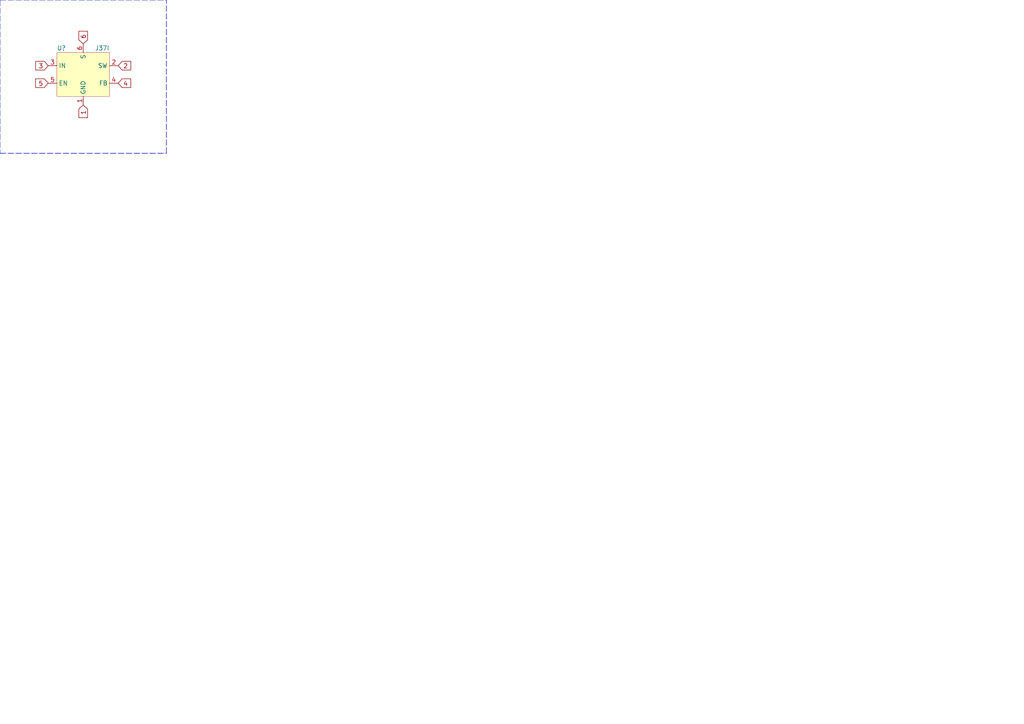
<source format=kicad_sch>
(kicad_sch (version 20201015) (generator eeschema)
  (paper "A4")
  (lib_symbols
    (symbol "dcdc:J37I"
      (property "Reference" "U" (at -7.62 10.16 0))
      (property "Value" "J37I" (at 7.62 10.16 0))
      (symbol "J37I_0_1"
        (rectangle (start -7.62 8.89) (end 7.62 -3.81) (stroke (width 0.0006)) (fill (type background)))
      )
      (symbol "J37I_1_1"
        (pin power_in line (at 0 -6.35 90) (length 2.54) (name "GND") (number "1"))
        (pin unspecified line (at 10.16 5.08 180) (length 2.54) (name "SW") (number "2"))
        (pin unspecified line (at 10.16 0 180) (length 2.54) (name "FB") (number "4"))
        (pin unspecified line (at 0 11.43 270) (length 2.54) (name "S") (number "6"))
        (pin power_in line (at -10.16 5.08 0) (length 2.54) (name "IN") (number "3"))
        (pin input line (at -10.16 0 0) (length 2.54) (name "EN") (number "5"))
      )
    )
  )
  (polyline (pts (xy 0 0) (xy 0 44.45)) (stroke (width 0) (type dash)))
  (polyline (pts (xy 0 0) (xy 48.26 0)) (stroke (width 0) (type dash)))
  (polyline (pts (xy 0 44.45) (xy 48.26 44.45)) (stroke (width 0) (type dash)))
  (polyline (pts (xy 48.26 44.45) (xy 48.26 0)) (stroke (width 0) (type dash)))
  (text "D .*\nF .*\nV J37I" (at 0 0 0) (effects (font (size 1.27 1.27)) (justify left bottom)))
  (global_label "3" (shape input) (at 13.97 19.05 180) (property "Intersheet References" "${INTERSHEET_REFS}" (effects hide)))
  (global_label "5" (shape input) (at 13.97 24.13 180) (property "Intersheet References" "${INTERSHEET_REFS}" (effects hide)))
  (global_label "6" (shape input) (at 24.13 12.7 90) (property "Intersheet References" "${INTERSHEET_REFS}" (effects hide)))
  (global_label "1" (shape input) (at 24.13 30.48 270) (property "Intersheet References" "${INTERSHEET_REFS}" (effects hide)))
  (global_label "2" (shape input) (at 34.29 19.05 0) (property "Intersheet References" "${INTERSHEET_REFS}" (effects hide)))
  (global_label "4" (shape input) (at 34.29 24.13 0) (property "Intersheet References" "${INTERSHEET_REFS}" (effects hide)))
  (symbol (lib_id "dcdc:J37I") (at 24.13 24.13 0) (unit 1)
    (property "Reference" "U?" (at 16.51 13.97 0) (effects (justify left)))
    (property "Value" "J37I" (at 31.75 13.97 0) (effects (justify right)))
  )
)
</source>
